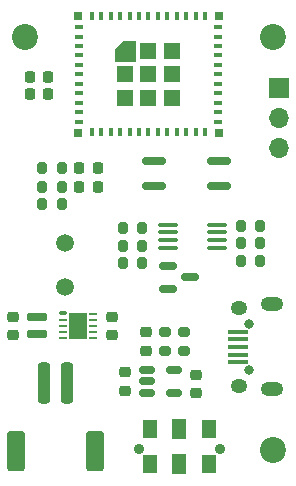
<source format=gts>
%TF.GenerationSoftware,KiCad,Pcbnew,(6.0.1)*%
%TF.CreationDate,2022-03-11T00:25:21+11:00*%
%TF.ProjectId,WiFiTracingTag,57694669-5472-4616-9369-6e675461672e,rev?*%
%TF.SameCoordinates,PX66ff300PY791ddc0*%
%TF.FileFunction,Soldermask,Top*%
%TF.FilePolarity,Negative*%
%FSLAX46Y46*%
G04 Gerber Fmt 4.6, Leading zero omitted, Abs format (unit mm)*
G04 Created by KiCad (PCBNEW (6.0.1)) date 2022-03-11 00:25:21*
%MOMM*%
%LPD*%
G01*
G04 APERTURE LIST*
G04 Aperture macros list*
%AMRoundRect*
0 Rectangle with rounded corners*
0 $1 Rounding radius*
0 $2 $3 $4 $5 $6 $7 $8 $9 X,Y pos of 4 corners*
0 Add a 4 corners polygon primitive as box body*
4,1,4,$2,$3,$4,$5,$6,$7,$8,$9,$2,$3,0*
0 Add four circle primitives for the rounded corners*
1,1,$1+$1,$2,$3*
1,1,$1+$1,$4,$5*
1,1,$1+$1,$6,$7*
1,1,$1+$1,$8,$9*
0 Add four rect primitives between the rounded corners*
20,1,$1+$1,$2,$3,$4,$5,0*
20,1,$1+$1,$4,$5,$6,$7,0*
20,1,$1+$1,$6,$7,$8,$9,0*
20,1,$1+$1,$8,$9,$2,$3,0*%
G04 Aperture macros list end*
%ADD10C,0.010000*%
%ADD11R,0.800000X0.400000*%
%ADD12R,0.400000X0.800000*%
%ADD13R,1.450000X1.450000*%
%ADD14R,0.700000X0.700000*%
%ADD15RoundRect,0.200000X-0.200000X-0.275000X0.200000X-0.275000X0.200000X0.275000X-0.200000X0.275000X0*%
%ADD16RoundRect,0.225000X0.250000X-0.225000X0.250000X0.225000X-0.250000X0.225000X-0.250000X-0.225000X0*%
%ADD17RoundRect,0.225000X0.225000X0.250000X-0.225000X0.250000X-0.225000X-0.250000X0.225000X-0.250000X0*%
%ADD18C,1.500000*%
%ADD19C,0.800000*%
%ADD20R,1.750000X0.400000*%
%ADD21O,1.900000X1.250000*%
%ADD22O,1.400000X1.250000*%
%ADD23RoundRect,0.175000X-0.675000X0.175000X-0.675000X-0.175000X0.675000X-0.175000X0.675000X0.175000X0*%
%ADD24RoundRect,0.150000X-0.512500X-0.150000X0.512500X-0.150000X0.512500X0.150000X-0.512500X0.150000X0*%
%ADD25RoundRect,0.150000X-0.587500X-0.150000X0.587500X-0.150000X0.587500X0.150000X-0.587500X0.150000X0*%
%ADD26RoundRect,0.200000X0.200000X0.275000X-0.200000X0.275000X-0.200000X-0.275000X0.200000X-0.275000X0*%
%ADD27RoundRect,0.225000X-0.225000X-0.250000X0.225000X-0.250000X0.225000X0.250000X-0.225000X0.250000X0*%
%ADD28C,0.900000*%
%ADD29R,1.200000X1.500000*%
%ADD30R,1.250000X1.700000*%
%ADD31R,1.250000X1.500000*%
%ADD32R,1.250000X1.525000*%
%ADD33R,1.225000X1.725000*%
%ADD34R,1.700000X1.700000*%
%ADD35O,1.700000X1.700000*%
%ADD36RoundRect,0.100000X-0.712500X-0.100000X0.712500X-0.100000X0.712500X0.100000X-0.712500X0.100000X0*%
%ADD37RoundRect,0.225000X-0.250000X0.225000X-0.250000X-0.225000X0.250000X-0.225000X0.250000X0.225000X0*%
%ADD38C,2.200000*%
%ADD39RoundRect,0.218750X0.256250X-0.218750X0.256250X0.218750X-0.256250X0.218750X-0.256250X-0.218750X0*%
%ADD40RoundRect,0.200000X0.275000X-0.200000X0.275000X0.200000X-0.275000X0.200000X-0.275000X-0.200000X0*%
%ADD41RoundRect,0.175000X-0.825000X-0.175000X0.825000X-0.175000X0.825000X0.175000X-0.825000X0.175000X0*%
%ADD42RoundRect,0.200000X-0.275000X0.200000X-0.275000X-0.200000X0.275000X-0.200000X0.275000X0.200000X0*%
%ADD43RoundRect,0.250000X-0.250000X-1.500000X0.250000X-1.500000X0.250000X1.500000X-0.250000X1.500000X0*%
%ADD44RoundRect,0.250001X-0.499999X-1.449999X0.499999X-1.449999X0.499999X1.449999X-0.499999X1.449999X0*%
%ADD45RoundRect,0.075000X-0.225000X0.075000X-0.225000X-0.075000X0.225000X-0.075000X0.225000X0.075000X0*%
%ADD46RoundRect,0.050000X-0.250000X0.050000X-0.250000X-0.050000X0.250000X-0.050000X0.250000X0.050000X0*%
%ADD47R,1.500000X2.300000*%
G04 APERTURE END LIST*
D10*
%TO.C,U4*%
X11825000Y35450000D02*
X10175000Y35450000D01*
X10175000Y35450000D02*
X10175000Y36440000D01*
X10175000Y36440000D02*
X10835000Y37100000D01*
X10835000Y37100000D02*
X11825000Y37100000D01*
X11825000Y37100000D02*
X11825000Y35450000D01*
G36*
X11825000Y35450000D02*
G01*
X10175000Y35450000D01*
X10175000Y36440000D01*
X10835000Y37100000D01*
X11825000Y37100000D01*
X11825000Y35450000D01*
G37*
X11825000Y35450000D02*
X10175000Y35450000D01*
X10175000Y36440000D01*
X10835000Y37100000D01*
X11825000Y37100000D01*
X11825000Y35450000D01*
%TD*%
D11*
%TO.C,U4*%
X7075000Y38300000D03*
X7075000Y37500000D03*
X7075000Y36700000D03*
X7075000Y35900000D03*
X7075000Y35100000D03*
X7075000Y34300000D03*
X7075000Y33500000D03*
X7075000Y32700000D03*
X7075000Y31900000D03*
X7075000Y31100000D03*
X7075000Y30300000D03*
D12*
X8175000Y29400000D03*
X8975000Y29400000D03*
X9775000Y29400000D03*
X10575000Y29400000D03*
X11375000Y29400000D03*
X12175000Y29400000D03*
X12975000Y29400000D03*
X13775000Y29400000D03*
X14575000Y29400000D03*
X15375000Y29400000D03*
X16175000Y29400000D03*
X16975000Y29400000D03*
X17775000Y29400000D03*
D11*
X18875000Y30300000D03*
X18875000Y31100000D03*
X18875000Y31900000D03*
X18875000Y32700000D03*
X18875000Y33500000D03*
X18875000Y34300000D03*
X18875000Y35100000D03*
X18875000Y35900000D03*
X18875000Y36700000D03*
X18875000Y37500000D03*
X18875000Y38300000D03*
D12*
X17775000Y39200000D03*
X16975000Y39200000D03*
X16175000Y39200000D03*
X15375000Y39200000D03*
X14575000Y39200000D03*
X13775000Y39200000D03*
X12975000Y39200000D03*
X12175000Y39200000D03*
X11375000Y39200000D03*
X10575000Y39200000D03*
X9775000Y39200000D03*
X8975000Y39200000D03*
X8175000Y39200000D03*
D13*
X12975000Y36275000D03*
X14950000Y36275000D03*
X14950000Y34300000D03*
X14950000Y32325000D03*
X12975000Y32325000D03*
X11000000Y32325000D03*
X11000000Y34300000D03*
X12975000Y34300000D03*
D14*
X18925000Y39250000D03*
X18925000Y29350000D03*
X7025000Y29350000D03*
X7025000Y39250000D03*
%TD*%
D15*
%TO.C,R2*%
X10775000Y19800000D03*
X12425000Y19800000D03*
%TD*%
D16*
%TO.C,C3*%
X11000000Y7525000D03*
X11000000Y9075000D03*
%TD*%
D17*
%TO.C,C6*%
X4475000Y32600000D03*
X2925000Y32600000D03*
%TD*%
D18*
%TO.C,TP1*%
X5900000Y20000000D03*
%TD*%
D19*
%TO.C,J2*%
X21517500Y13175000D03*
X21517500Y9275000D03*
D20*
X20542500Y9925000D03*
X20542500Y10575000D03*
X20542500Y11225000D03*
X20542500Y11875000D03*
X20542500Y12525000D03*
D21*
X23417500Y14825000D03*
D22*
X20617500Y14525000D03*
X20617500Y7925000D03*
D21*
X23417500Y7625000D03*
%TD*%
D16*
%TO.C,C1*%
X17000000Y7325000D03*
X17000000Y8875000D03*
%TD*%
D23*
%TO.C,L1*%
X3500000Y12275000D03*
X3500000Y13725000D03*
%TD*%
D24*
%TO.C,U2*%
X12862500Y9250000D03*
X12862500Y8300000D03*
X12862500Y7350000D03*
X15137500Y7350000D03*
X15137500Y9250000D03*
%TD*%
D25*
%TO.C,D2*%
X14622500Y18050000D03*
X14622500Y16150000D03*
X16497500Y17100000D03*
%TD*%
D26*
%TO.C,R6*%
X12425000Y18300000D03*
X10775000Y18300000D03*
%TD*%
D27*
%TO.C,C5*%
X7125000Y24800000D03*
X8675000Y24800000D03*
%TD*%
D28*
%TO.C,SW1*%
X19000000Y2600000D03*
X12200000Y2600000D03*
D29*
X13100000Y4300000D03*
D30*
X15600000Y4300000D03*
D31*
X18100000Y4300000D03*
D32*
X13100000Y1287500D03*
D33*
X15587500Y1287500D03*
D32*
X18100000Y1287500D03*
%TD*%
D34*
%TO.C,J1*%
X24000000Y33125000D03*
D35*
X24000000Y30585000D03*
X24000000Y28045000D03*
%TD*%
D15*
%TO.C,R9*%
X3975000Y24800000D03*
X5625000Y24800000D03*
%TD*%
D36*
%TO.C,U1*%
X14587500Y21575000D03*
X14587500Y20925000D03*
X14587500Y20275000D03*
X14587500Y19625000D03*
X18812500Y19625000D03*
X18812500Y20275000D03*
X18812500Y20925000D03*
X18812500Y21575000D03*
%TD*%
D37*
%TO.C,C4*%
X1500000Y13775000D03*
X1500000Y12225000D03*
%TD*%
D26*
%TO.C,R11*%
X5625000Y23300000D03*
X3975000Y23300000D03*
%TD*%
D38*
%TO.C,REF\u002A\u002A*%
X23500000Y37500000D03*
%TD*%
D27*
%TO.C,C8*%
X7125000Y26400000D03*
X8675000Y26400000D03*
%TD*%
D15*
%TO.C,R5*%
X20775000Y21500000D03*
X22425000Y21500000D03*
%TD*%
D39*
%TO.C,D1*%
X12800000Y10912500D03*
X12800000Y12487500D03*
%TD*%
D40*
%TO.C,R4*%
X16000000Y10875000D03*
X16000000Y12525000D03*
%TD*%
D41*
%TO.C,BOOT1*%
X13450000Y26975000D03*
X18950000Y26975000D03*
X18950000Y24825000D03*
X13450000Y24825000D03*
%TD*%
D38*
%TO.C,REF\u002A\u002A*%
X23500000Y2500000D03*
%TD*%
D42*
%TO.C,R1*%
X14400000Y12525000D03*
X14400000Y10875000D03*
%TD*%
D15*
%TO.C,R7*%
X20775000Y18500000D03*
X22425000Y18500000D03*
%TD*%
D16*
%TO.C,C2*%
X9900000Y12225000D03*
X9900000Y13775000D03*
%TD*%
D15*
%TO.C,R10*%
X3975000Y26400000D03*
X5625000Y26400000D03*
%TD*%
D38*
%TO.C,REF\u002A\u002A*%
X2500000Y37500000D03*
%TD*%
D43*
%TO.C,BT1*%
X4100000Y8150000D03*
X6100000Y8150000D03*
D44*
X1750000Y2400000D03*
X8450000Y2400000D03*
%TD*%
D45*
%TO.C,U3*%
X5750000Y14050000D03*
D46*
X5750000Y13500000D03*
X5750000Y13000000D03*
X5750000Y12500000D03*
X5750000Y12000000D03*
X8250000Y12000000D03*
X8250000Y12500000D03*
X8250000Y13000000D03*
X8250000Y13500000D03*
X8250000Y14000000D03*
D47*
X7000000Y13000000D03*
%TD*%
D26*
%TO.C,R8*%
X22425000Y20000000D03*
X20775000Y20000000D03*
%TD*%
%TO.C,R3*%
X12425000Y21300000D03*
X10775000Y21300000D03*
%TD*%
D17*
%TO.C,C7*%
X4475000Y34100000D03*
X2925000Y34100000D03*
%TD*%
D18*
%TO.C,TP2*%
X5900000Y16300000D03*
%TD*%
M02*

</source>
